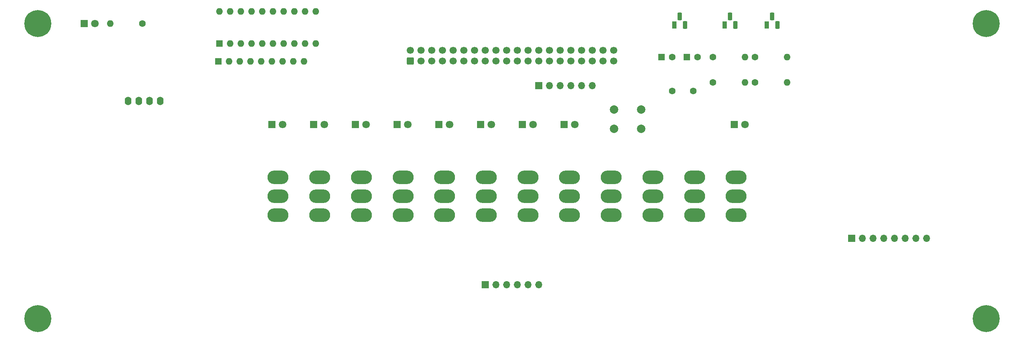
<source format=gbr>
%TF.GenerationSoftware,KiCad,Pcbnew,(6.0.11)*%
%TF.CreationDate,2023-10-28T11:12:53-04:00*%
%TF.ProjectId,front-panel.processor,66726f6e-742d-4706-916e-656c2e70726f,rev?*%
%TF.SameCoordinates,Original*%
%TF.FileFunction,Soldermask,Bot*%
%TF.FilePolarity,Negative*%
%FSLAX46Y46*%
G04 Gerber Fmt 4.6, Leading zero omitted, Abs format (unit mm)*
G04 Created by KiCad (PCBNEW (6.0.11)) date 2023-10-28 11:12:53*
%MOMM*%
%LPD*%
G01*
G04 APERTURE LIST*
G04 Aperture macros list*
%AMRoundRect*
0 Rectangle with rounded corners*
0 $1 Rounding radius*
0 $2 $3 $4 $5 $6 $7 $8 $9 X,Y pos of 4 corners*
0 Add a 4 corners polygon primitive as box body*
4,1,4,$2,$3,$4,$5,$6,$7,$8,$9,$2,$3,0*
0 Add four circle primitives for the rounded corners*
1,1,$1+$1,$2,$3*
1,1,$1+$1,$4,$5*
1,1,$1+$1,$6,$7*
1,1,$1+$1,$8,$9*
0 Add four rect primitives between the rounded corners*
20,1,$1+$1,$2,$3,$4,$5,0*
20,1,$1+$1,$4,$5,$6,$7,0*
20,1,$1+$1,$6,$7,$8,$9,0*
20,1,$1+$1,$8,$9,$2,$3,0*%
G04 Aperture macros list end*
%ADD10RoundRect,0.250000X0.600000X-0.600000X0.600000X0.600000X-0.600000X0.600000X-0.600000X-0.600000X0*%
%ADD11C,1.700000*%
%ADD12R,1.700000X1.700000*%
%ADD13O,1.700000X1.700000*%
%ADD14C,6.400000*%
%ADD15R,1.800000X1.800000*%
%ADD16C,1.800000*%
%ADD17C,1.600000*%
%ADD18O,1.600000X1.600000*%
%ADD19C,2.000000*%
%ADD20R,1.600000X1.600000*%
%ADD21R,1.100000X1.800000*%
%ADD22RoundRect,0.275000X-0.275000X-0.625000X0.275000X-0.625000X0.275000X0.625000X-0.275000X0.625000X0*%
%ADD23O,5.000000X3.200000*%
%ADD24O,1.600000X2.000000*%
G04 APERTURE END LIST*
D10*
%TO.C,J1*%
X128370000Y-163947500D03*
D11*
X128370000Y-161407500D03*
X130910000Y-163947500D03*
X130910000Y-161407500D03*
X133450000Y-163947500D03*
X133450000Y-161407500D03*
X135990000Y-163947500D03*
X135990000Y-161407500D03*
X138530000Y-163947500D03*
X138530000Y-161407500D03*
X141070000Y-163947500D03*
X141070000Y-161407500D03*
X143610000Y-163947500D03*
X143610000Y-161407500D03*
X146150000Y-163947500D03*
X146150000Y-161407500D03*
X148690000Y-163947500D03*
X148690000Y-161407500D03*
X151230000Y-163947500D03*
X151230000Y-161407500D03*
X153770000Y-163947500D03*
X153770000Y-161407500D03*
X156310000Y-163947500D03*
X156310000Y-161407500D03*
X158850000Y-163947500D03*
X158850000Y-161407500D03*
X161390000Y-163947500D03*
X161390000Y-161407500D03*
X163930000Y-163947500D03*
X163930000Y-161407500D03*
X166470000Y-163947500D03*
X166470000Y-161407500D03*
X169010000Y-163947500D03*
X169010000Y-161407500D03*
X171550000Y-163947500D03*
X171550000Y-161407500D03*
X174090000Y-163947500D03*
X174090000Y-161407500D03*
X176630000Y-163947500D03*
X176630000Y-161407500D03*
%TD*%
D12*
%TO.C,J2*%
X146150000Y-217000000D03*
D13*
X148690000Y-217000000D03*
X151230000Y-217000000D03*
X153770000Y-217000000D03*
X156310000Y-217000000D03*
X158850000Y-217000000D03*
%TD*%
D14*
%TO.C,H1*%
X40000000Y-155000000D03*
%TD*%
%TO.C,H2*%
X265000000Y-155000000D03*
%TD*%
%TO.C,H3*%
X265000000Y-225000000D03*
%TD*%
%TO.C,H4*%
X40000000Y-225000000D03*
%TD*%
D15*
%TO.C,D5*%
X51000000Y-155000000D03*
D16*
X53540000Y-155000000D03*
%TD*%
D17*
%TO.C,R6*%
X64810000Y-155000000D03*
D18*
X57190000Y-155000000D03*
%TD*%
D17*
%TO.C,R3*%
X200190000Y-169000000D03*
D18*
X207810000Y-169000000D03*
%TD*%
D15*
%TO.C,D4*%
X135171000Y-179000000D03*
D16*
X137711000Y-179000000D03*
%TD*%
D19*
%TO.C,SW9*%
X176690000Y-175460000D03*
X183190000Y-175460000D03*
X176690000Y-179960000D03*
X183190000Y-179960000D03*
%TD*%
D17*
%TO.C,R4*%
X210190000Y-169000000D03*
D18*
X217810000Y-169000000D03*
%TD*%
D15*
%TO.C,D6*%
X125265100Y-179000000D03*
D16*
X127805100Y-179000000D03*
%TD*%
D15*
%TO.C,D3*%
X145076900Y-179002300D03*
D16*
X147616900Y-179002300D03*
%TD*%
D20*
%TO.C,U1*%
X83075000Y-159800000D03*
D18*
X85615000Y-159800000D03*
X88155000Y-159800000D03*
X90695000Y-159800000D03*
X93235000Y-159800000D03*
X95775000Y-159800000D03*
X98315000Y-159800000D03*
X100855000Y-159800000D03*
X103395000Y-159800000D03*
X105935000Y-159800000D03*
X105935000Y-152180000D03*
X103395000Y-152180000D03*
X100855000Y-152180000D03*
X98315000Y-152180000D03*
X95775000Y-152180000D03*
X93235000Y-152180000D03*
X90695000Y-152180000D03*
X88155000Y-152180000D03*
X85615000Y-152180000D03*
X83075000Y-152180000D03*
%TD*%
D21*
%TO.C,Q2*%
X213000000Y-155400000D03*
D22*
X214270000Y-153330000D03*
X215540000Y-155400000D03*
%TD*%
D23*
%TO.C,SW8*%
X97000000Y-191550000D03*
X97000000Y-196000000D03*
X97000000Y-200450000D03*
%TD*%
%TO.C,SW3*%
X146410200Y-191550000D03*
X146410200Y-196000000D03*
X146410200Y-200450000D03*
%TD*%
%TO.C,SW7*%
X106882000Y-191550000D03*
X106882000Y-196000000D03*
X106882000Y-200450000D03*
%TD*%
D21*
%TO.C,Q1*%
X203000000Y-155400000D03*
D22*
X204270000Y-153330000D03*
X205540000Y-155400000D03*
%TD*%
D12*
%TO.C,J3*%
X233125000Y-206000000D03*
D13*
X235665000Y-206000000D03*
X238205000Y-206000000D03*
X240745000Y-206000000D03*
X243285000Y-206000000D03*
X245825000Y-206000000D03*
X248365000Y-206000000D03*
X250905000Y-206000000D03*
%TD*%
D23*
%TO.C,SW1*%
X166174300Y-191550000D03*
X166174300Y-196000000D03*
X166174300Y-200450000D03*
%TD*%
%TO.C,SW5*%
X126646100Y-191550000D03*
X126646100Y-196000000D03*
X126646100Y-200450000D03*
%TD*%
D15*
%TO.C,D2*%
X154982800Y-179001800D03*
D16*
X157522800Y-179001800D03*
%TD*%
D17*
%TO.C,C5*%
X190500000Y-171000000D03*
X195500000Y-171000000D03*
%TD*%
D20*
%TO.C,C3*%
X194000000Y-163000000D03*
D17*
X196500000Y-163000000D03*
%TD*%
D20*
%TO.C,C4*%
X188000000Y-163000000D03*
D17*
X190500000Y-163000000D03*
%TD*%
D23*
%TO.C,SW10*%
X176056400Y-191550000D03*
X176056400Y-196000000D03*
X176056400Y-200450000D03*
%TD*%
D15*
%TO.C,D7*%
X115359300Y-179001800D03*
D16*
X117899300Y-179001800D03*
%TD*%
D23*
%TO.C,SW6*%
X116764100Y-191550000D03*
X116764100Y-196000000D03*
X116764100Y-200450000D03*
%TD*%
D12*
%TO.C,J4*%
X158900000Y-169750000D03*
D13*
X161440000Y-169750000D03*
X163980000Y-169750000D03*
X166520000Y-169750000D03*
X169060000Y-169750000D03*
X171600000Y-169750000D03*
%TD*%
D23*
%TO.C,SW11*%
X185938400Y-191550000D03*
X185938400Y-196000000D03*
X185938400Y-200450000D03*
%TD*%
D17*
%TO.C,R1*%
X210190000Y-163000000D03*
D18*
X217810000Y-163000000D03*
%TD*%
D20*
%TO.C,RN1*%
X82825000Y-164000000D03*
D18*
X85365000Y-164000000D03*
X87905000Y-164000000D03*
X90445000Y-164000000D03*
X92985000Y-164000000D03*
X95525000Y-164000000D03*
X98065000Y-164000000D03*
X100605000Y-164000000D03*
X103145000Y-164000000D03*
%TD*%
D15*
%TO.C,D8*%
X105453400Y-179000000D03*
D16*
X107993400Y-179000000D03*
%TD*%
D15*
%TO.C,D1*%
X164888600Y-179000000D03*
D16*
X167428600Y-179000000D03*
%TD*%
D15*
%TO.C,D10*%
X205270000Y-179000000D03*
D16*
X207810000Y-179000000D03*
%TD*%
D23*
%TO.C,SW2*%
X156292300Y-191550000D03*
X156292300Y-196000000D03*
X156292300Y-200450000D03*
%TD*%
D15*
%TO.C,D9*%
X95547500Y-179000000D03*
D16*
X98087500Y-179000000D03*
%TD*%
D24*
%TO.C,Brd1*%
X61380000Y-173400000D03*
X63920000Y-173400000D03*
X66460000Y-173400000D03*
X69000000Y-173400000D03*
%TD*%
D23*
%TO.C,SW13*%
X205702500Y-191550000D03*
X205702500Y-196000000D03*
X205702500Y-200450000D03*
%TD*%
D17*
%TO.C,R2*%
X200190000Y-163000000D03*
D18*
X207810000Y-163000000D03*
%TD*%
D23*
%TO.C,SW12*%
X195820500Y-191550000D03*
X195820500Y-196000000D03*
X195820500Y-200450000D03*
%TD*%
%TO.C,SW4*%
X136528200Y-191550000D03*
X136528200Y-196000000D03*
X136528200Y-200450000D03*
%TD*%
D21*
%TO.C,U3*%
X191000000Y-155400000D03*
D22*
X192270000Y-153330000D03*
X193540000Y-155400000D03*
%TD*%
M02*

</source>
